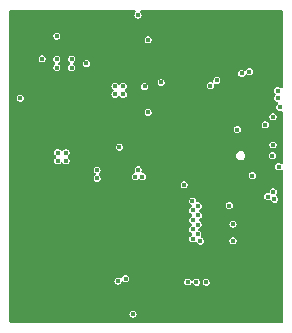
<source format=gbr>
%TF.GenerationSoftware,KiCad,Pcbnew,9.0.6-rc1*%
%TF.CreationDate,2025-12-21T23:59:12+01:00*%
%TF.ProjectId,PCB_PAPI,5043425f-5041-4504-992e-6b696361645f,rev?*%
%TF.SameCoordinates,Original*%
%TF.FileFunction,Copper,L2,Inr*%
%TF.FilePolarity,Positive*%
%FSLAX46Y46*%
G04 Gerber Fmt 4.6, Leading zero omitted, Abs format (unit mm)*
G04 Created by KiCad (PCBNEW 9.0.6-rc1) date 2025-12-21 23:59:12*
%MOMM*%
%LPD*%
G01*
G04 APERTURE LIST*
%TA.AperFunction,ComponentPad*%
%ADD10C,0.700000*%
%TD*%
%TA.AperFunction,ComponentPad*%
%ADD11C,4.400000*%
%TD*%
%TA.AperFunction,ViaPad*%
%ADD12C,0.400000*%
%TD*%
G04 APERTURE END LIST*
D10*
%TO.N,GND*%
%TO.C,H2*%
X156650000Y-86125000D03*
X157133274Y-84958274D03*
X157133274Y-87291726D03*
X158300000Y-84475000D03*
D11*
X158300000Y-86125000D03*
D10*
X158300000Y-87775000D03*
X159466726Y-84958274D03*
X159466726Y-87291726D03*
X159950000Y-86125000D03*
%TD*%
%TO.N,GND*%
%TO.C,H1*%
X174675000Y-64650000D03*
X175158274Y-63483274D03*
X175158274Y-65816726D03*
X176325000Y-63000000D03*
D11*
X176325000Y-64650000D03*
D10*
X176325000Y-66300000D03*
X177491726Y-63483274D03*
X177491726Y-65816726D03*
X177975000Y-64650000D03*
%TD*%
D12*
%TO.N,+3.3V*%
X178150000Y-78125000D03*
%TO.N,GND*%
X163150000Y-76950000D03*
X162075000Y-70825000D03*
X162100000Y-68150000D03*
X163400000Y-72075000D03*
X168225000Y-66750000D03*
X171325000Y-82650000D03*
X160375000Y-73475000D03*
X161800000Y-76750000D03*
X178415000Y-67505000D03*
X164450000Y-75425000D03*
X165650000Y-75050000D03*
X170800000Y-86107500D03*
X173650000Y-87075000D03*
X173675000Y-85325000D03*
X173875000Y-79650000D03*
X176575000Y-76750000D03*
X177425000Y-76650000D03*
X176925000Y-76025000D03*
X175900000Y-73500000D03*
X173575000Y-69975000D03*
X161900000Y-73247000D03*
X160375000Y-69125000D03*
X158950000Y-79500000D03*
X159000000Y-78025000D03*
X157825000Y-77175000D03*
X157625000Y-81000000D03*
X162225000Y-82475000D03*
X162700000Y-79600000D03*
X160325000Y-81175000D03*
X160775000Y-83600000D03*
X162500000Y-86550000D03*
X164150000Y-87075000D03*
X171650000Y-87375000D03*
X169050000Y-87000000D03*
X167950000Y-86250000D03*
X164375000Y-85775000D03*
X171450000Y-73800000D03*
X169425000Y-73925000D03*
X168250000Y-71900000D03*
X168300000Y-74325000D03*
X167120000Y-81980000D03*
X168620000Y-80480000D03*
X167120000Y-80480000D03*
X165620000Y-80480000D03*
X168620000Y-78980000D03*
X167120000Y-78980000D03*
X165620000Y-78980000D03*
X168620000Y-81980000D03*
X171175000Y-77275000D03*
X171100000Y-76375000D03*
X172800000Y-75225000D03*
X177200000Y-72775000D03*
X174700000Y-68300000D03*
X176175000Y-69650000D03*
X174600000Y-71050000D03*
X171575000Y-70275000D03*
X171050000Y-71900000D03*
X172375000Y-72492000D03*
X172600000Y-73742000D03*
X171675000Y-74717000D03*
X161075000Y-68275000D03*
X160350000Y-70650000D03*
X159750000Y-68625000D03*
X156850000Y-68075000D03*
X158350000Y-63100000D03*
X161750000Y-64025000D03*
X160000000Y-63400000D03*
X166725000Y-64150000D03*
X166750000Y-63175000D03*
X172325000Y-63900000D03*
X173025000Y-63200000D03*
X172325000Y-63200000D03*
X168725000Y-63900000D03*
X169425000Y-63200000D03*
X168725000Y-63200000D03*
X169425000Y-63900000D03*
X173025000Y-63900000D03*
X178575000Y-66561000D03*
X178575000Y-71731000D03*
X178575000Y-72765000D03*
X178575000Y-73799000D03*
X178575000Y-78969000D03*
X178575000Y-80003000D03*
X178575000Y-81037000D03*
X178575000Y-82071000D03*
X178575000Y-83105000D03*
X178575000Y-84139000D03*
X178575000Y-85173000D03*
X178575000Y-86207000D03*
X178575000Y-87241000D03*
X178575000Y-88275000D03*
X156000000Y-63459000D03*
X156000000Y-64493000D03*
X156000000Y-65527000D03*
X156000000Y-66561000D03*
X156000000Y-67595000D03*
X156000000Y-68629000D03*
X156000000Y-70697000D03*
X156000000Y-71731000D03*
X156000000Y-73799000D03*
X156000000Y-74833000D03*
X156000000Y-75867000D03*
X156000000Y-76901000D03*
X156000000Y-77935000D03*
X156000000Y-78969000D03*
X156000000Y-80003000D03*
X156000000Y-81037000D03*
X156000000Y-82071000D03*
X156000000Y-83105000D03*
X156000000Y-84139000D03*
X156000000Y-88275000D03*
X156000000Y-62425000D03*
X174275000Y-62425000D03*
X173200000Y-62425000D03*
X172125000Y-62425000D03*
X171050000Y-62425000D03*
X169975000Y-62425000D03*
X168900000Y-62425000D03*
X165675000Y-62425000D03*
X164600000Y-62425000D03*
X163525000Y-62425000D03*
X162450000Y-62425000D03*
X161375000Y-62425000D03*
X160300000Y-62425000D03*
X159225000Y-62425000D03*
X158150000Y-62425000D03*
X157075000Y-62425000D03*
X178575000Y-62425000D03*
X177500000Y-88275000D03*
X176425000Y-88275000D03*
X175350000Y-88275000D03*
X174275000Y-88275000D03*
X173200000Y-88275000D03*
X172125000Y-88275000D03*
X171050000Y-88275000D03*
X169975000Y-88275000D03*
X168900000Y-88275000D03*
X167825000Y-88275000D03*
X166750000Y-88275000D03*
X165675000Y-88275000D03*
X164600000Y-88275000D03*
X163525000Y-88275000D03*
X162450000Y-88275000D03*
X161375000Y-88275000D03*
X160300000Y-88275000D03*
%TO.N,Net-(U5-GPIO17)*%
X159725000Y-64310000D03*
X166375000Y-76225000D03*
%TO.N,GND*%
X165050000Y-72825000D03*
X164300000Y-72000000D03*
%TO.N,/LED_TIM*%
X165025000Y-73700000D03*
%TO.N,LDO_IN*%
X159725000Y-66275000D03*
X159725000Y-66975000D03*
%TO.N,GND*%
X158450000Y-71850000D03*
X177300000Y-84030000D03*
X173400000Y-84030000D03*
X175225000Y-86200000D03*
X172750000Y-84030000D03*
X174050000Y-84030000D03*
X175320000Y-85370000D03*
X164725000Y-66275000D03*
X164725000Y-66975000D03*
X178050000Y-85380000D03*
X178040000Y-84570000D03*
X172970000Y-82260000D03*
X174370000Y-82260000D03*
X175225000Y-86900000D03*
X157750000Y-71850000D03*
X175225000Y-87600000D03*
X173670000Y-82260000D03*
X165250000Y-70767000D03*
X175660000Y-81930000D03*
X171160000Y-83540000D03*
X175350000Y-84030000D03*
X175070000Y-82260000D03*
X168825000Y-74875000D03*
X175340000Y-84650000D03*
X174700000Y-84030000D03*
X177220000Y-83350000D03*
X176000000Y-84030000D03*
X171925000Y-84525000D03*
%TO.N,+3.3V*%
X175375000Y-67475000D03*
X176025000Y-67325000D03*
X159800000Y-74875000D03*
X178500000Y-75360000D03*
X164650000Y-68550000D03*
X165350000Y-68550000D03*
X166975000Y-76200000D03*
X177575000Y-77900000D03*
X160500000Y-74875000D03*
X159800000Y-74175000D03*
X166607500Y-75625000D03*
X171542500Y-85150000D03*
X167450000Y-70767000D03*
X167150000Y-68575000D03*
X178050000Y-77500000D03*
X170800000Y-85125000D03*
X165550000Y-84850000D03*
X164900000Y-85050000D03*
X174325000Y-78657500D03*
X164650000Y-69250000D03*
X168550000Y-68230000D03*
X165350000Y-69250000D03*
X160500000Y-74175000D03*
X162225000Y-66625000D03*
%TO.N,/HP+*%
X173275000Y-68050000D03*
%TO.N,/HP-*%
X172725000Y-68525000D03*
%TO.N,/D+*%
X163130000Y-76350000D03*
%TO.N,/D-*%
X163135000Y-75650000D03*
%TO.N,/max_bit_clk*%
X177375000Y-71825000D03*
X171225000Y-79075000D03*
%TO.N,/max_data*%
X178025000Y-71150000D03*
X171700000Y-79500000D03*
%TO.N,/max_frame_clk*%
X175000000Y-72225000D03*
X171700000Y-78700000D03*
%TO.N,VUSB*%
X158475000Y-66225000D03*
X166592500Y-62525000D03*
%TO.N,/mic_data*%
X177975000Y-74425000D03*
X171225000Y-80680000D03*
%TO.N,/mic_frame_sck*%
X178025000Y-73525000D03*
X171225000Y-79880000D03*
%TO.N,/mic_sck*%
X176275000Y-76125000D03*
X171650000Y-81075000D03*
%TO.N,Net-(IC6-~{SD_MODE})*%
X178425000Y-68925000D03*
%TO.N,/max_gpio*%
X178425000Y-69570000D03*
X171200000Y-78275000D03*
%TO.N,Net-(IC6-GAIN_SLOT)*%
X178600000Y-70325000D03*
%TO.N,/MAIN_BTN*%
X170500000Y-76900000D03*
%TO.N,BAT+*%
X160975000Y-66275000D03*
X160975000Y-66975000D03*
%TO.N,Net-(IC5-~{CHRG})*%
X156625000Y-69550000D03*
X167450000Y-64617500D03*
%TO.N,Net-(U5-GPIO0)*%
X171225000Y-81480000D03*
X172357500Y-85150000D03*
X166175000Y-87850000D03*
%TO.N,RESET*%
X171875000Y-81675000D03*
X174635000Y-81650000D03*
%TO.N,Net-(U5-GPIO3)*%
X171675000Y-80275000D03*
X174635000Y-80225000D03*
%TD*%
%TA.AperFunction,Conductor*%
%TO.N,GND*%
G36*
X166359706Y-62120185D02*
G01*
X166405461Y-62172989D01*
X166415405Y-62242147D01*
X166386380Y-62305703D01*
X166380348Y-62312181D01*
X166352041Y-62340487D01*
X166352035Y-62340495D01*
X166312482Y-62409004D01*
X166312479Y-62409009D01*
X166298826Y-62459962D01*
X166292000Y-62485438D01*
X166292000Y-62564562D01*
X166305652Y-62615513D01*
X166312479Y-62640990D01*
X166312482Y-62640995D01*
X166352035Y-62709504D01*
X166352039Y-62709509D01*
X166352040Y-62709511D01*
X166407989Y-62765460D01*
X166407991Y-62765461D01*
X166407995Y-62765464D01*
X166476504Y-62805017D01*
X166476511Y-62805021D01*
X166552938Y-62825500D01*
X166552940Y-62825500D01*
X166632060Y-62825500D01*
X166632062Y-62825500D01*
X166708489Y-62805021D01*
X166777011Y-62765460D01*
X166832960Y-62709511D01*
X166872521Y-62640989D01*
X166893000Y-62564562D01*
X166893000Y-62485438D01*
X166872521Y-62409011D01*
X166872517Y-62409004D01*
X166832964Y-62340495D01*
X166832958Y-62340487D01*
X166804652Y-62312181D01*
X166771167Y-62250858D01*
X166776151Y-62181166D01*
X166818023Y-62125233D01*
X166883487Y-62100816D01*
X166892333Y-62100500D01*
X178725500Y-62100500D01*
X178792539Y-62120185D01*
X178838294Y-62172989D01*
X178849500Y-62224500D01*
X178849500Y-68625167D01*
X178829815Y-68692206D01*
X178777011Y-68737961D01*
X178707853Y-68747905D01*
X178644297Y-68718880D01*
X178637819Y-68712848D01*
X178609512Y-68684541D01*
X178609504Y-68684535D01*
X178540995Y-68644982D01*
X178540990Y-68644979D01*
X178515513Y-68638152D01*
X178464562Y-68624500D01*
X178385438Y-68624500D01*
X178347224Y-68634739D01*
X178309009Y-68644979D01*
X178309004Y-68644982D01*
X178240495Y-68684535D01*
X178240487Y-68684541D01*
X178184541Y-68740487D01*
X178184535Y-68740495D01*
X178144982Y-68809004D01*
X178144979Y-68809009D01*
X178139349Y-68830021D01*
X178124500Y-68885438D01*
X178124500Y-68964562D01*
X178125952Y-68969979D01*
X178144979Y-69040990D01*
X178144982Y-69040995D01*
X178184535Y-69109504D01*
X178184541Y-69109512D01*
X178234848Y-69159819D01*
X178268333Y-69221142D01*
X178263349Y-69290834D01*
X178234848Y-69335181D01*
X178184541Y-69385487D01*
X178184535Y-69385495D01*
X178144982Y-69454004D01*
X178144979Y-69454009D01*
X178135213Y-69490458D01*
X178124500Y-69530438D01*
X178124500Y-69609562D01*
X178138152Y-69660513D01*
X178144979Y-69685990D01*
X178144982Y-69685995D01*
X178184535Y-69754504D01*
X178184539Y-69754509D01*
X178184540Y-69754511D01*
X178240489Y-69810460D01*
X178240491Y-69810461D01*
X178240495Y-69810464D01*
X178309004Y-69850017D01*
X178309011Y-69850021D01*
X178371580Y-69866786D01*
X178431240Y-69903152D01*
X178461768Y-69965999D01*
X178453473Y-70035374D01*
X178420397Y-70077954D01*
X178421236Y-70078793D01*
X178359541Y-70140487D01*
X178359535Y-70140495D01*
X178319982Y-70209004D01*
X178319979Y-70209009D01*
X178306326Y-70259962D01*
X178299500Y-70285438D01*
X178299500Y-70364562D01*
X178313152Y-70415513D01*
X178319979Y-70440990D01*
X178319982Y-70440995D01*
X178359535Y-70509504D01*
X178359539Y-70509509D01*
X178359540Y-70509511D01*
X178415489Y-70565460D01*
X178415491Y-70565461D01*
X178415495Y-70565464D01*
X178484004Y-70605017D01*
X178484011Y-70605021D01*
X178560438Y-70625500D01*
X178560440Y-70625500D01*
X178639561Y-70625500D01*
X178639562Y-70625500D01*
X178693406Y-70611072D01*
X178763254Y-70612733D01*
X178821117Y-70651895D01*
X178848623Y-70716123D01*
X178849500Y-70730846D01*
X178849500Y-75000022D01*
X178829815Y-75067061D01*
X178777011Y-75112816D01*
X178707853Y-75122760D01*
X178663501Y-75107410D01*
X178615989Y-75079979D01*
X178615990Y-75079979D01*
X178567779Y-75067061D01*
X178539562Y-75059500D01*
X178460438Y-75059500D01*
X178432221Y-75067061D01*
X178384009Y-75079979D01*
X178384004Y-75079982D01*
X178315495Y-75119535D01*
X178315487Y-75119541D01*
X178259541Y-75175487D01*
X178259535Y-75175495D01*
X178219982Y-75244004D01*
X178219979Y-75244009D01*
X178206326Y-75294962D01*
X178199500Y-75320438D01*
X178199500Y-75399562D01*
X178202174Y-75409540D01*
X178219979Y-75475990D01*
X178219982Y-75475995D01*
X178259535Y-75544504D01*
X178259539Y-75544509D01*
X178259540Y-75544511D01*
X178315489Y-75600460D01*
X178315491Y-75600461D01*
X178315495Y-75600464D01*
X178384004Y-75640017D01*
X178384011Y-75640021D01*
X178460438Y-75660500D01*
X178460440Y-75660500D01*
X178539560Y-75660500D01*
X178539562Y-75660500D01*
X178615989Y-75640021D01*
X178663502Y-75612589D01*
X178731399Y-75596117D01*
X178797426Y-75618969D01*
X178840617Y-75673890D01*
X178849500Y-75719977D01*
X178849500Y-88453675D01*
X178829815Y-88520714D01*
X178777011Y-88566469D01*
X178725500Y-88577675D01*
X155824500Y-88577675D01*
X155757461Y-88557990D01*
X155711706Y-88505186D01*
X155700500Y-88453675D01*
X155700500Y-87810438D01*
X165874500Y-87810438D01*
X165874500Y-87889562D01*
X165888152Y-87940513D01*
X165894979Y-87965990D01*
X165894982Y-87965995D01*
X165934535Y-88034504D01*
X165934539Y-88034509D01*
X165934540Y-88034511D01*
X165990489Y-88090460D01*
X165990491Y-88090461D01*
X165990495Y-88090464D01*
X166059004Y-88130017D01*
X166059011Y-88130021D01*
X166135438Y-88150500D01*
X166135440Y-88150500D01*
X166214560Y-88150500D01*
X166214562Y-88150500D01*
X166290989Y-88130021D01*
X166359511Y-88090460D01*
X166415460Y-88034511D01*
X166455021Y-87965989D01*
X166475500Y-87889562D01*
X166475500Y-87810438D01*
X166455021Y-87734011D01*
X166455017Y-87734004D01*
X166415464Y-87665495D01*
X166415458Y-87665487D01*
X166359512Y-87609541D01*
X166359504Y-87609535D01*
X166290995Y-87569982D01*
X166290990Y-87569979D01*
X166265513Y-87563152D01*
X166214562Y-87549500D01*
X166135438Y-87549500D01*
X166097224Y-87559739D01*
X166059009Y-87569979D01*
X166059004Y-87569982D01*
X165990495Y-87609535D01*
X165990487Y-87609541D01*
X165934541Y-87665487D01*
X165934535Y-87665495D01*
X165894982Y-87734004D01*
X165894979Y-87734009D01*
X165881326Y-87784962D01*
X165874500Y-87810438D01*
X155700500Y-87810438D01*
X155700500Y-85010438D01*
X164599500Y-85010438D01*
X164599500Y-85089562D01*
X164605094Y-85110438D01*
X164619979Y-85165990D01*
X164619982Y-85165995D01*
X164659535Y-85234504D01*
X164659539Y-85234509D01*
X164659540Y-85234511D01*
X164715489Y-85290460D01*
X164715491Y-85290461D01*
X164715495Y-85290464D01*
X164748486Y-85309511D01*
X164784011Y-85330021D01*
X164860438Y-85350500D01*
X164860440Y-85350500D01*
X164939560Y-85350500D01*
X164939562Y-85350500D01*
X165015989Y-85330021D01*
X165084511Y-85290460D01*
X165140460Y-85234511D01*
X165180021Y-85165989D01*
X165180568Y-85163944D01*
X165181501Y-85162414D01*
X165183130Y-85158482D01*
X165183742Y-85158735D01*
X165216926Y-85104286D01*
X165279770Y-85073751D01*
X165349146Y-85082039D01*
X165362343Y-85088644D01*
X165389436Y-85104286D01*
X165434011Y-85130021D01*
X165510438Y-85150500D01*
X165510440Y-85150500D01*
X165589560Y-85150500D01*
X165589562Y-85150500D01*
X165665989Y-85130021D01*
X165734511Y-85090460D01*
X165739533Y-85085438D01*
X170499500Y-85085438D01*
X170499500Y-85164562D01*
X170506199Y-85189562D01*
X170519979Y-85240990D01*
X170519982Y-85240995D01*
X170559535Y-85309504D01*
X170559539Y-85309509D01*
X170559540Y-85309511D01*
X170615489Y-85365460D01*
X170615491Y-85365461D01*
X170615495Y-85365464D01*
X170658787Y-85390458D01*
X170684011Y-85405021D01*
X170760438Y-85425500D01*
X170760440Y-85425500D01*
X170839560Y-85425500D01*
X170839562Y-85425500D01*
X170915989Y-85405021D01*
X170984511Y-85365460D01*
X171040460Y-85309511D01*
X171056645Y-85281476D01*
X171107211Y-85233261D01*
X171175817Y-85220036D01*
X171240683Y-85246003D01*
X171271419Y-85281473D01*
X171276610Y-85290464D01*
X171299447Y-85330021D01*
X171302040Y-85334511D01*
X171357989Y-85390460D01*
X171357991Y-85390461D01*
X171357995Y-85390464D01*
X171418680Y-85425500D01*
X171426511Y-85430021D01*
X171502938Y-85450500D01*
X171502940Y-85450500D01*
X171582060Y-85450500D01*
X171582062Y-85450500D01*
X171658489Y-85430021D01*
X171727011Y-85390460D01*
X171782960Y-85334511D01*
X171822521Y-85265989D01*
X171843000Y-85189562D01*
X171843000Y-85110438D01*
X172057000Y-85110438D01*
X172057000Y-85189562D01*
X172076478Y-85262256D01*
X172077479Y-85265990D01*
X172077482Y-85265995D01*
X172117035Y-85334504D01*
X172117039Y-85334509D01*
X172117040Y-85334511D01*
X172172989Y-85390460D01*
X172172991Y-85390461D01*
X172172995Y-85390464D01*
X172233680Y-85425500D01*
X172241511Y-85430021D01*
X172317938Y-85450500D01*
X172317940Y-85450500D01*
X172397060Y-85450500D01*
X172397062Y-85450500D01*
X172473489Y-85430021D01*
X172542011Y-85390460D01*
X172597960Y-85334511D01*
X172637521Y-85265989D01*
X172658000Y-85189562D01*
X172658000Y-85110438D01*
X172637521Y-85034011D01*
X172637517Y-85034004D01*
X172597964Y-84965495D01*
X172597958Y-84965487D01*
X172542012Y-84909541D01*
X172542004Y-84909535D01*
X172473495Y-84869982D01*
X172473490Y-84869979D01*
X172448013Y-84863152D01*
X172397062Y-84849500D01*
X172317938Y-84849500D01*
X172279724Y-84859739D01*
X172241509Y-84869979D01*
X172241504Y-84869982D01*
X172172995Y-84909535D01*
X172172987Y-84909541D01*
X172117041Y-84965487D01*
X172117035Y-84965495D01*
X172077482Y-85034004D01*
X172077477Y-85034015D01*
X172074000Y-85046993D01*
X172057000Y-85110438D01*
X171843000Y-85110438D01*
X171822521Y-85034011D01*
X171822517Y-85034004D01*
X171782964Y-84965495D01*
X171782958Y-84965487D01*
X171727012Y-84909541D01*
X171727004Y-84909535D01*
X171658495Y-84869982D01*
X171658490Y-84869979D01*
X171633013Y-84863152D01*
X171582062Y-84849500D01*
X171502938Y-84849500D01*
X171464724Y-84859739D01*
X171426509Y-84869979D01*
X171426504Y-84869982D01*
X171357995Y-84909535D01*
X171357987Y-84909541D01*
X171302041Y-84965487D01*
X171302035Y-84965495D01*
X171285852Y-84993525D01*
X171235285Y-85041740D01*
X171166677Y-85054962D01*
X171101813Y-85028994D01*
X171071078Y-84993522D01*
X171054892Y-84965487D01*
X171051642Y-84959858D01*
X171040462Y-84940492D01*
X171040458Y-84940487D01*
X170984512Y-84884541D01*
X170984504Y-84884535D01*
X170915995Y-84844982D01*
X170915990Y-84844979D01*
X170890513Y-84838152D01*
X170839562Y-84824500D01*
X170760438Y-84824500D01*
X170722224Y-84834739D01*
X170684009Y-84844979D01*
X170684004Y-84844982D01*
X170615495Y-84884535D01*
X170615487Y-84884541D01*
X170559541Y-84940487D01*
X170559535Y-84940495D01*
X170519982Y-85009004D01*
X170519979Y-85009009D01*
X170507666Y-85054962D01*
X170499500Y-85085438D01*
X165739533Y-85085438D01*
X165790460Y-85034511D01*
X165804359Y-85010438D01*
X165814125Y-84993522D01*
X165830021Y-84965989D01*
X165850500Y-84889562D01*
X165850500Y-84810438D01*
X165830021Y-84734011D01*
X165830017Y-84734004D01*
X165790464Y-84665495D01*
X165790458Y-84665487D01*
X165734512Y-84609541D01*
X165734504Y-84609535D01*
X165665995Y-84569982D01*
X165665990Y-84569979D01*
X165640513Y-84563152D01*
X165589562Y-84549500D01*
X165510438Y-84549500D01*
X165472224Y-84559739D01*
X165434009Y-84569979D01*
X165434004Y-84569982D01*
X165365495Y-84609535D01*
X165365487Y-84609541D01*
X165309541Y-84665487D01*
X165309535Y-84665495D01*
X165269982Y-84734004D01*
X165269978Y-84734012D01*
X165269429Y-84736064D01*
X165268493Y-84737599D01*
X165266870Y-84741518D01*
X165266258Y-84741264D01*
X165233062Y-84795723D01*
X165170214Y-84826251D01*
X165100839Y-84817954D01*
X165087656Y-84811355D01*
X165015989Y-84769979D01*
X165015990Y-84769979D01*
X164990513Y-84763152D01*
X164939562Y-84749500D01*
X164860438Y-84749500D01*
X164822224Y-84759739D01*
X164784009Y-84769979D01*
X164784004Y-84769982D01*
X164715495Y-84809535D01*
X164715487Y-84809541D01*
X164659541Y-84865487D01*
X164659535Y-84865495D01*
X164619982Y-84934004D01*
X164619979Y-84934009D01*
X164611410Y-84965989D01*
X164599500Y-85010438D01*
X155700500Y-85010438D01*
X155700500Y-78235438D01*
X170899500Y-78235438D01*
X170899500Y-78314562D01*
X170913138Y-78365458D01*
X170919979Y-78390990D01*
X170919982Y-78390995D01*
X170959535Y-78459504D01*
X170959539Y-78459509D01*
X170959540Y-78459511D01*
X171015489Y-78515460D01*
X171015491Y-78515461D01*
X171015495Y-78515464D01*
X171060607Y-78541509D01*
X171084011Y-78555021D01*
X171098104Y-78558797D01*
X171157766Y-78595161D01*
X171188296Y-78658007D01*
X171180002Y-78727383D01*
X171135518Y-78781261D01*
X171113472Y-78793130D01*
X171109012Y-78794977D01*
X171040495Y-78834535D01*
X171040487Y-78834541D01*
X170984541Y-78890487D01*
X170984535Y-78890495D01*
X170944982Y-78959004D01*
X170944979Y-78959009D01*
X170933862Y-79000500D01*
X170924500Y-79035438D01*
X170924500Y-79114562D01*
X170938152Y-79165513D01*
X170944979Y-79190990D01*
X170944982Y-79190995D01*
X170984535Y-79259504D01*
X170984539Y-79259509D01*
X170984540Y-79259511D01*
X171040489Y-79315460D01*
X171040491Y-79315461D01*
X171040495Y-79315464D01*
X171109004Y-79355017D01*
X171109011Y-79355021D01*
X171109015Y-79355022D01*
X171119105Y-79357726D01*
X171178765Y-79394091D01*
X171209293Y-79456938D01*
X171200998Y-79526314D01*
X171156512Y-79580191D01*
X171119105Y-79597274D01*
X171109015Y-79599977D01*
X171109004Y-79599982D01*
X171040495Y-79639535D01*
X171040487Y-79639541D01*
X170984541Y-79695487D01*
X170984535Y-79695495D01*
X170944982Y-79764004D01*
X170944979Y-79764009D01*
X170931326Y-79814962D01*
X170924500Y-79840438D01*
X170924500Y-79919562D01*
X170932925Y-79951002D01*
X170944979Y-79995990D01*
X170944982Y-79995995D01*
X170984535Y-80064504D01*
X170984539Y-80064509D01*
X170984540Y-80064511D01*
X171040489Y-80120460D01*
X171040491Y-80120461D01*
X171040495Y-80120464D01*
X171109004Y-80160017D01*
X171109011Y-80160021D01*
X171109756Y-80160220D01*
X171109776Y-80160226D01*
X171110346Y-80160573D01*
X171116518Y-80163130D01*
X171116119Y-80164092D01*
X171169435Y-80196592D01*
X171199963Y-80259439D01*
X171191667Y-80328815D01*
X171147181Y-80382692D01*
X171116457Y-80396722D01*
X171116518Y-80396870D01*
X171112400Y-80398575D01*
X171109776Y-80399774D01*
X171109013Y-80399978D01*
X171109004Y-80399982D01*
X171040495Y-80439535D01*
X171040487Y-80439541D01*
X170984541Y-80495487D01*
X170984535Y-80495495D01*
X170944982Y-80564004D01*
X170944979Y-80564009D01*
X170943994Y-80567687D01*
X170924500Y-80640438D01*
X170924500Y-80719562D01*
X170938152Y-80770513D01*
X170944979Y-80795990D01*
X170944982Y-80795995D01*
X170984535Y-80864504D01*
X170984539Y-80864509D01*
X170984540Y-80864511D01*
X171040489Y-80920460D01*
X171040491Y-80920461D01*
X171040495Y-80920464D01*
X171107249Y-80959004D01*
X171109011Y-80960021D01*
X171109756Y-80960220D01*
X171109776Y-80960226D01*
X171110346Y-80960573D01*
X171116518Y-80963130D01*
X171116119Y-80964092D01*
X171169435Y-80996592D01*
X171199963Y-81059439D01*
X171191667Y-81128815D01*
X171147181Y-81182692D01*
X171116457Y-81196722D01*
X171116518Y-81196870D01*
X171112400Y-81198575D01*
X171109776Y-81199774D01*
X171109013Y-81199978D01*
X171109004Y-81199982D01*
X171040495Y-81239535D01*
X171040487Y-81239541D01*
X170984541Y-81295487D01*
X170984535Y-81295495D01*
X170944982Y-81364004D01*
X170944979Y-81364009D01*
X170937514Y-81391870D01*
X170924500Y-81440438D01*
X170924500Y-81519562D01*
X170928372Y-81534011D01*
X170944979Y-81595990D01*
X170944982Y-81595995D01*
X170984535Y-81664504D01*
X170984539Y-81664509D01*
X170984540Y-81664511D01*
X171040489Y-81720460D01*
X171040491Y-81720461D01*
X171040495Y-81720464D01*
X171109004Y-81760017D01*
X171109007Y-81760019D01*
X171109011Y-81760021D01*
X171185438Y-81780500D01*
X171185440Y-81780500D01*
X171264560Y-81780500D01*
X171264562Y-81780500D01*
X171340989Y-81760021D01*
X171409511Y-81720460D01*
X171409511Y-81720459D01*
X171413815Y-81717975D01*
X171481715Y-81701502D01*
X171547742Y-81724355D01*
X171590933Y-81779276D01*
X171594225Y-81789168D01*
X171594978Y-81790985D01*
X171594979Y-81790989D01*
X171594980Y-81790990D01*
X171594982Y-81790995D01*
X171634535Y-81859504D01*
X171634539Y-81859509D01*
X171634540Y-81859511D01*
X171690489Y-81915460D01*
X171690491Y-81915461D01*
X171690495Y-81915464D01*
X171751180Y-81950500D01*
X171759011Y-81955021D01*
X171835438Y-81975500D01*
X171835440Y-81975500D01*
X171914560Y-81975500D01*
X171914562Y-81975500D01*
X171990989Y-81955021D01*
X172059511Y-81915460D01*
X172115460Y-81859511D01*
X172155021Y-81790989D01*
X172175500Y-81714562D01*
X172175500Y-81635438D01*
X172168801Y-81610438D01*
X174334500Y-81610438D01*
X174334500Y-81689562D01*
X174343823Y-81724355D01*
X174354979Y-81765990D01*
X174354982Y-81765995D01*
X174394535Y-81834504D01*
X174394539Y-81834509D01*
X174394540Y-81834511D01*
X174450489Y-81890460D01*
X174450491Y-81890461D01*
X174450495Y-81890464D01*
X174493787Y-81915458D01*
X174519011Y-81930021D01*
X174595438Y-81950500D01*
X174595440Y-81950500D01*
X174674560Y-81950500D01*
X174674562Y-81950500D01*
X174750989Y-81930021D01*
X174819511Y-81890460D01*
X174875460Y-81834511D01*
X174915021Y-81765989D01*
X174935500Y-81689562D01*
X174935500Y-81610438D01*
X174915021Y-81534011D01*
X174906678Y-81519560D01*
X174875464Y-81465495D01*
X174875458Y-81465487D01*
X174819512Y-81409541D01*
X174819504Y-81409535D01*
X174750995Y-81369982D01*
X174750990Y-81369979D01*
X174709855Y-81358957D01*
X174674562Y-81349500D01*
X174595438Y-81349500D01*
X174560145Y-81358957D01*
X174519009Y-81369979D01*
X174519004Y-81369982D01*
X174450495Y-81409535D01*
X174450487Y-81409541D01*
X174394541Y-81465487D01*
X174394535Y-81465495D01*
X174354982Y-81534004D01*
X174354979Y-81534009D01*
X174348280Y-81559011D01*
X174334500Y-81610438D01*
X172168801Y-81610438D01*
X172155021Y-81559011D01*
X172155017Y-81559004D01*
X172115464Y-81490495D01*
X172115458Y-81490487D01*
X172059512Y-81434541D01*
X172059504Y-81434535D01*
X171990995Y-81394982D01*
X171990992Y-81394980D01*
X171990989Y-81394979D01*
X171990985Y-81394978D01*
X171983482Y-81391870D01*
X171984113Y-81390345D01*
X171932622Y-81358957D01*
X171902097Y-81296108D01*
X171910395Y-81226733D01*
X171916988Y-81213562D01*
X171930021Y-81190989D01*
X171950500Y-81114562D01*
X171950500Y-81035438D01*
X171930021Y-80959011D01*
X171907763Y-80920458D01*
X171890464Y-80890495D01*
X171890458Y-80890487D01*
X171834512Y-80834541D01*
X171834504Y-80834535D01*
X171765993Y-80794981D01*
X171765991Y-80794980D01*
X171765989Y-80794979D01*
X171765986Y-80794978D01*
X171761530Y-80793132D01*
X171707128Y-80749289D01*
X171685065Y-80682995D01*
X171702346Y-80615296D01*
X171753484Y-80567687D01*
X171776884Y-80558800D01*
X171790989Y-80555021D01*
X171859511Y-80515460D01*
X171915460Y-80459511D01*
X171955021Y-80390989D01*
X171975500Y-80314562D01*
X171975500Y-80235438D01*
X171968524Y-80209403D01*
X171968524Y-80209401D01*
X171962103Y-80185438D01*
X174334500Y-80185438D01*
X174334500Y-80264562D01*
X174347897Y-80314560D01*
X174354979Y-80340990D01*
X174354982Y-80340995D01*
X174394535Y-80409504D01*
X174394539Y-80409509D01*
X174394540Y-80409511D01*
X174450489Y-80465460D01*
X174450491Y-80465461D01*
X174450495Y-80465464D01*
X174502501Y-80495489D01*
X174519011Y-80505021D01*
X174595438Y-80525500D01*
X174595440Y-80525500D01*
X174674560Y-80525500D01*
X174674562Y-80525500D01*
X174750989Y-80505021D01*
X174819511Y-80465460D01*
X174875460Y-80409511D01*
X174915021Y-80340989D01*
X174935500Y-80264562D01*
X174935500Y-80185438D01*
X174915021Y-80109011D01*
X174904331Y-80090495D01*
X174875464Y-80040495D01*
X174875458Y-80040487D01*
X174819512Y-79984541D01*
X174819504Y-79984535D01*
X174750995Y-79944982D01*
X174750990Y-79944979D01*
X174725513Y-79938152D01*
X174674562Y-79924500D01*
X174595438Y-79924500D01*
X174557224Y-79934739D01*
X174519009Y-79944979D01*
X174519004Y-79944982D01*
X174450495Y-79984535D01*
X174450487Y-79984541D01*
X174394541Y-80040487D01*
X174394535Y-80040495D01*
X174354982Y-80109004D01*
X174354979Y-80109009D01*
X174351911Y-80120460D01*
X174334500Y-80185438D01*
X171962103Y-80185438D01*
X171956125Y-80163130D01*
X171955021Y-80159011D01*
X171926154Y-80109011D01*
X171915464Y-80090495D01*
X171915458Y-80090487D01*
X171859510Y-80034539D01*
X171802404Y-80001569D01*
X171754189Y-79951002D01*
X171740967Y-79882394D01*
X171766935Y-79817530D01*
X171809595Y-79785201D01*
X171808951Y-79784085D01*
X171884504Y-79740464D01*
X171884503Y-79740464D01*
X171884511Y-79740460D01*
X171940460Y-79684511D01*
X171980021Y-79615989D01*
X172000500Y-79539562D01*
X172000500Y-79460438D01*
X171980021Y-79384011D01*
X171975107Y-79375500D01*
X171940464Y-79315495D01*
X171940458Y-79315487D01*
X171884512Y-79259541D01*
X171884504Y-79259535D01*
X171815995Y-79219982D01*
X171815987Y-79219978D01*
X171815440Y-79219832D01*
X171815226Y-79219774D01*
X171814657Y-79219427D01*
X171808482Y-79216870D01*
X171808880Y-79215906D01*
X171755566Y-79183411D01*
X171725036Y-79120564D01*
X171733330Y-79051189D01*
X171777815Y-78997310D01*
X171808543Y-78983277D01*
X171808482Y-78983130D01*
X171812608Y-78981421D01*
X171815226Y-78980225D01*
X171815989Y-78980021D01*
X171884511Y-78940460D01*
X171940460Y-78884511D01*
X171980021Y-78815989D01*
X172000500Y-78739562D01*
X172000500Y-78660438D01*
X171989112Y-78617938D01*
X174024500Y-78617938D01*
X174024500Y-78697062D01*
X174032625Y-78727383D01*
X174044979Y-78773490D01*
X174044982Y-78773495D01*
X174084535Y-78842004D01*
X174084539Y-78842009D01*
X174084540Y-78842011D01*
X174140489Y-78897960D01*
X174140491Y-78897961D01*
X174140495Y-78897964D01*
X174209004Y-78937517D01*
X174209011Y-78937521D01*
X174285438Y-78958000D01*
X174285440Y-78958000D01*
X174364560Y-78958000D01*
X174364562Y-78958000D01*
X174440989Y-78937521D01*
X174509511Y-78897960D01*
X174565460Y-78842011D01*
X174605021Y-78773489D01*
X174625500Y-78697062D01*
X174625500Y-78617938D01*
X174605021Y-78541511D01*
X174589981Y-78515460D01*
X174565464Y-78472995D01*
X174565458Y-78472987D01*
X174509512Y-78417041D01*
X174509504Y-78417035D01*
X174440995Y-78377482D01*
X174440990Y-78377479D01*
X174396134Y-78365460D01*
X174364562Y-78357000D01*
X174285438Y-78357000D01*
X174253873Y-78365458D01*
X174209009Y-78377479D01*
X174209004Y-78377482D01*
X174140495Y-78417035D01*
X174140487Y-78417041D01*
X174084541Y-78472987D01*
X174084535Y-78472995D01*
X174044982Y-78541504D01*
X174044979Y-78541509D01*
X174041360Y-78555017D01*
X174024500Y-78617938D01*
X171989112Y-78617938D01*
X171980021Y-78584011D01*
X171963284Y-78555021D01*
X171940464Y-78515495D01*
X171940458Y-78515487D01*
X171884512Y-78459541D01*
X171884504Y-78459535D01*
X171815995Y-78419982D01*
X171815990Y-78419979D01*
X171790513Y-78413152D01*
X171739562Y-78399500D01*
X171660438Y-78399500D01*
X171660437Y-78399500D01*
X171656590Y-78400531D01*
X171653219Y-78400450D01*
X171652381Y-78400561D01*
X171652363Y-78400430D01*
X171586740Y-78398866D01*
X171528879Y-78359702D01*
X171501376Y-78295472D01*
X171500500Y-78280755D01*
X171500500Y-78235439D01*
X171500185Y-78234262D01*
X171480021Y-78159011D01*
X171469311Y-78140460D01*
X171440464Y-78090495D01*
X171440458Y-78090487D01*
X171384512Y-78034541D01*
X171384504Y-78034535D01*
X171315995Y-77994982D01*
X171315990Y-77994979D01*
X171290513Y-77988152D01*
X171239562Y-77974500D01*
X171160438Y-77974500D01*
X171122224Y-77984739D01*
X171084009Y-77994979D01*
X171084004Y-77994982D01*
X171015495Y-78034535D01*
X171015487Y-78034541D01*
X170959541Y-78090487D01*
X170959535Y-78090495D01*
X170919982Y-78159004D01*
X170919979Y-78159009D01*
X170914349Y-78180021D01*
X170899500Y-78235438D01*
X155700500Y-78235438D01*
X155700500Y-77860438D01*
X177274500Y-77860438D01*
X177274500Y-77939562D01*
X177283862Y-77974500D01*
X177294979Y-78015990D01*
X177294982Y-78015995D01*
X177334535Y-78084504D01*
X177334539Y-78084509D01*
X177334540Y-78084511D01*
X177390489Y-78140460D01*
X177390491Y-78140461D01*
X177390495Y-78140464D01*
X177454802Y-78177591D01*
X177459011Y-78180021D01*
X177535438Y-78200500D01*
X177535440Y-78200500D01*
X177614560Y-78200500D01*
X177614562Y-78200500D01*
X177690989Y-78180021D01*
X177692596Y-78179092D01*
X177694123Y-78178722D01*
X177698499Y-78176910D01*
X177698781Y-78177591D01*
X177760490Y-78162615D01*
X177826520Y-78185460D01*
X177865375Y-78234262D01*
X177865915Y-78233951D01*
X177867991Y-78237547D01*
X177869163Y-78239019D01*
X177869980Y-78240993D01*
X177909535Y-78309504D01*
X177909539Y-78309509D01*
X177909540Y-78309511D01*
X177965489Y-78365460D01*
X177965491Y-78365461D01*
X177965495Y-78365464D01*
X178009708Y-78390990D01*
X178034011Y-78405021D01*
X178110438Y-78425500D01*
X178110440Y-78425500D01*
X178189560Y-78425500D01*
X178189562Y-78425500D01*
X178265989Y-78405021D01*
X178334511Y-78365460D01*
X178390460Y-78309511D01*
X178430021Y-78240989D01*
X178450500Y-78164562D01*
X178450500Y-78085438D01*
X178430021Y-78009011D01*
X178430017Y-78009004D01*
X178390464Y-77940495D01*
X178390458Y-77940487D01*
X178334512Y-77884541D01*
X178334507Y-77884537D01*
X178319721Y-77876001D01*
X178271504Y-77825435D01*
X178258280Y-77756828D01*
X178284247Y-77691963D01*
X178287890Y-77687858D01*
X178290454Y-77684516D01*
X178290460Y-77684511D01*
X178330021Y-77615989D01*
X178350500Y-77539562D01*
X178350500Y-77460438D01*
X178330021Y-77384011D01*
X178330017Y-77384004D01*
X178290464Y-77315495D01*
X178290458Y-77315487D01*
X178234512Y-77259541D01*
X178234504Y-77259535D01*
X178165995Y-77219982D01*
X178165990Y-77219979D01*
X178140513Y-77213152D01*
X178089562Y-77199500D01*
X178010438Y-77199500D01*
X177972224Y-77209739D01*
X177934009Y-77219979D01*
X177934004Y-77219982D01*
X177865495Y-77259535D01*
X177865487Y-77259541D01*
X177809541Y-77315487D01*
X177809535Y-77315495D01*
X177769982Y-77384004D01*
X177769979Y-77384009D01*
X177749500Y-77460439D01*
X177749500Y-77475869D01*
X177729815Y-77542908D01*
X177677011Y-77588663D01*
X177622690Y-77596812D01*
X177622690Y-77599500D01*
X177614562Y-77599500D01*
X177535438Y-77599500D01*
X177497224Y-77609739D01*
X177459009Y-77619979D01*
X177459004Y-77619982D01*
X177390495Y-77659535D01*
X177390487Y-77659541D01*
X177334541Y-77715487D01*
X177334535Y-77715495D01*
X177294982Y-77784004D01*
X177294979Y-77784009D01*
X177284130Y-77824500D01*
X177274500Y-77860438D01*
X155700500Y-77860438D01*
X155700500Y-76860438D01*
X170199500Y-76860438D01*
X170199500Y-76939562D01*
X170213152Y-76990513D01*
X170219979Y-77015990D01*
X170219982Y-77015995D01*
X170259535Y-77084504D01*
X170259539Y-77084509D01*
X170259540Y-77084511D01*
X170315489Y-77140460D01*
X170315491Y-77140461D01*
X170315495Y-77140464D01*
X170384004Y-77180017D01*
X170384011Y-77180021D01*
X170460438Y-77200500D01*
X170460440Y-77200500D01*
X170539560Y-77200500D01*
X170539562Y-77200500D01*
X170615989Y-77180021D01*
X170684511Y-77140460D01*
X170740460Y-77084511D01*
X170780021Y-77015989D01*
X170800500Y-76939562D01*
X170800500Y-76860438D01*
X170780021Y-76784011D01*
X170780017Y-76784004D01*
X170740464Y-76715495D01*
X170740458Y-76715487D01*
X170684512Y-76659541D01*
X170684504Y-76659535D01*
X170615995Y-76619982D01*
X170615990Y-76619979D01*
X170590513Y-76613152D01*
X170539562Y-76599500D01*
X170460438Y-76599500D01*
X170422224Y-76609739D01*
X170384009Y-76619979D01*
X170384004Y-76619982D01*
X170315495Y-76659535D01*
X170315487Y-76659541D01*
X170259541Y-76715487D01*
X170259535Y-76715495D01*
X170219982Y-76784004D01*
X170219979Y-76784009D01*
X170206326Y-76834962D01*
X170199500Y-76860438D01*
X155700500Y-76860438D01*
X155700500Y-76310438D01*
X162829500Y-76310438D01*
X162829500Y-76389562D01*
X162834846Y-76409512D01*
X162849979Y-76465990D01*
X162849982Y-76465995D01*
X162889535Y-76534504D01*
X162889539Y-76534509D01*
X162889540Y-76534511D01*
X162945489Y-76590460D01*
X162945491Y-76590461D01*
X162945495Y-76590464D01*
X162996623Y-76619982D01*
X163014011Y-76630021D01*
X163090438Y-76650500D01*
X163090440Y-76650500D01*
X163169560Y-76650500D01*
X163169562Y-76650500D01*
X163245989Y-76630021D01*
X163314511Y-76590460D01*
X163370460Y-76534511D01*
X163410021Y-76465989D01*
X163430500Y-76389562D01*
X163430500Y-76310438D01*
X163410021Y-76234011D01*
X163381978Y-76185438D01*
X166074500Y-76185438D01*
X166074500Y-76264562D01*
X166086542Y-76309504D01*
X166094979Y-76340990D01*
X166094982Y-76340995D01*
X166134535Y-76409504D01*
X166134539Y-76409509D01*
X166134540Y-76409511D01*
X166190489Y-76465460D01*
X166190491Y-76465461D01*
X166190495Y-76465464D01*
X166251180Y-76500500D01*
X166259011Y-76505021D01*
X166335438Y-76525500D01*
X166335440Y-76525500D01*
X166414560Y-76525500D01*
X166414562Y-76525500D01*
X166490989Y-76505021D01*
X166559511Y-76465460D01*
X166599819Y-76425152D01*
X166661142Y-76391667D01*
X166730834Y-76396651D01*
X166775181Y-76425152D01*
X166790489Y-76440460D01*
X166790491Y-76440461D01*
X166790495Y-76440464D01*
X166834708Y-76465990D01*
X166859011Y-76480021D01*
X166935438Y-76500500D01*
X166935440Y-76500500D01*
X167014560Y-76500500D01*
X167014562Y-76500500D01*
X167090989Y-76480021D01*
X167159511Y-76440460D01*
X167215460Y-76384511D01*
X167255021Y-76315989D01*
X167275500Y-76239562D01*
X167275500Y-76160438D01*
X167261825Y-76109403D01*
X167261825Y-76109401D01*
X167255403Y-76085438D01*
X175974500Y-76085438D01*
X175974500Y-76164562D01*
X175979094Y-76181706D01*
X175994979Y-76240990D01*
X175994982Y-76240995D01*
X176034535Y-76309504D01*
X176034539Y-76309509D01*
X176034540Y-76309511D01*
X176090489Y-76365460D01*
X176090491Y-76365461D01*
X176090495Y-76365464D01*
X176159004Y-76405017D01*
X176159011Y-76405021D01*
X176235438Y-76425500D01*
X176235440Y-76425500D01*
X176314560Y-76425500D01*
X176314562Y-76425500D01*
X176390989Y-76405021D01*
X176459511Y-76365460D01*
X176515460Y-76309511D01*
X176555021Y-76240989D01*
X176575500Y-76164562D01*
X176575500Y-76085438D01*
X176555021Y-76009011D01*
X176551479Y-76002876D01*
X176515464Y-75940495D01*
X176515458Y-75940487D01*
X176459512Y-75884541D01*
X176459504Y-75884535D01*
X176390995Y-75844982D01*
X176390990Y-75844979D01*
X176351926Y-75834512D01*
X176314562Y-75824500D01*
X176235438Y-75824500D01*
X176198103Y-75834504D01*
X176159009Y-75844979D01*
X176159004Y-75844982D01*
X176090495Y-75884535D01*
X176090487Y-75884541D01*
X176034541Y-75940487D01*
X176034535Y-75940495D01*
X175994982Y-76009004D01*
X175994979Y-76009009D01*
X175984130Y-76049500D01*
X175974500Y-76085438D01*
X167255403Y-76085438D01*
X167255022Y-76084015D01*
X167255021Y-76084011D01*
X167245782Y-76068008D01*
X167215464Y-76015495D01*
X167215458Y-76015487D01*
X167159512Y-75959541D01*
X167159504Y-75959535D01*
X167090995Y-75919982D01*
X167090990Y-75919979D01*
X167065513Y-75913152D01*
X167014562Y-75899500D01*
X167006648Y-75899500D01*
X166939609Y-75879815D01*
X166893854Y-75827011D01*
X166883910Y-75757853D01*
X166886873Y-75743406D01*
X166901301Y-75689562D01*
X166908000Y-75664562D01*
X166908000Y-75585438D01*
X166887521Y-75509011D01*
X166887517Y-75509004D01*
X166847964Y-75440495D01*
X166847958Y-75440487D01*
X166792012Y-75384541D01*
X166792004Y-75384535D01*
X166723495Y-75344982D01*
X166723490Y-75344979D01*
X166698013Y-75338152D01*
X166647062Y-75324500D01*
X166567938Y-75324500D01*
X166529724Y-75334739D01*
X166491509Y-75344979D01*
X166491504Y-75344982D01*
X166422995Y-75384535D01*
X166422987Y-75384541D01*
X166367041Y-75440487D01*
X166367035Y-75440495D01*
X166327482Y-75509004D01*
X166327479Y-75509009D01*
X166317966Y-75544512D01*
X166307000Y-75585438D01*
X166307000Y-75664562D01*
X166313699Y-75689562D01*
X166327479Y-75740990D01*
X166327481Y-75740993D01*
X166339501Y-75761813D01*
X166355972Y-75829713D01*
X166333119Y-75895740D01*
X166278197Y-75938929D01*
X166264218Y-75943583D01*
X166259015Y-75944977D01*
X166259004Y-75944982D01*
X166190495Y-75984535D01*
X166190487Y-75984541D01*
X166134541Y-76040487D01*
X166134535Y-76040495D01*
X166094982Y-76109004D01*
X166094979Y-76109009D01*
X166081326Y-76159962D01*
X166074500Y-76185438D01*
X163381978Y-76185438D01*
X163370460Y-76165489D01*
X163314511Y-76109540D01*
X163293903Y-76097642D01*
X163279657Y-76080385D01*
X163274358Y-76068008D01*
X163265066Y-76058263D01*
X163260874Y-76036514D01*
X163252158Y-76016155D01*
X163254391Y-76002876D01*
X163251844Y-75989656D01*
X163260075Y-75969095D01*
X163263750Y-75947253D01*
X163272808Y-75937290D01*
X163277812Y-75924791D01*
X163307788Y-75898816D01*
X163310752Y-75895557D01*
X163311907Y-75895247D01*
X163313282Y-75894055D01*
X163319511Y-75890460D01*
X163375460Y-75834511D01*
X163415021Y-75765989D01*
X163435500Y-75689562D01*
X163435500Y-75610438D01*
X163415021Y-75534011D01*
X163415017Y-75534004D01*
X163375464Y-75465495D01*
X163375458Y-75465487D01*
X163319512Y-75409541D01*
X163319504Y-75409535D01*
X163250995Y-75369982D01*
X163250990Y-75369979D01*
X163225513Y-75363152D01*
X163174562Y-75349500D01*
X163095438Y-75349500D01*
X163057224Y-75359739D01*
X163019009Y-75369979D01*
X163019004Y-75369982D01*
X162950495Y-75409535D01*
X162950487Y-75409541D01*
X162894541Y-75465487D01*
X162894535Y-75465495D01*
X162854982Y-75534004D01*
X162854979Y-75534009D01*
X162852167Y-75544504D01*
X162834500Y-75610438D01*
X162834500Y-75689562D01*
X162842650Y-75719977D01*
X162854979Y-75765990D01*
X162854982Y-75765995D01*
X162894535Y-75834504D01*
X162894539Y-75834509D01*
X162894540Y-75834511D01*
X162950489Y-75890460D01*
X162950490Y-75890461D01*
X162950492Y-75890462D01*
X162951713Y-75891167D01*
X162952537Y-75892031D01*
X162956940Y-75895410D01*
X162956413Y-75896096D01*
X162999931Y-75941732D01*
X163013156Y-76010339D01*
X162987190Y-76075204D01*
X162951722Y-76105940D01*
X162945495Y-76109535D01*
X162945487Y-76109541D01*
X162889541Y-76165487D01*
X162889535Y-76165495D01*
X162849982Y-76234004D01*
X162849979Y-76234009D01*
X162836326Y-76284962D01*
X162829500Y-76310438D01*
X155700500Y-76310438D01*
X155700500Y-74135438D01*
X159499500Y-74135438D01*
X159499500Y-74214562D01*
X159506449Y-74240495D01*
X159519979Y-74290990D01*
X159519982Y-74290995D01*
X159559535Y-74359504D01*
X159559539Y-74359509D01*
X159559540Y-74359511D01*
X159615489Y-74415460D01*
X159615490Y-74415461D01*
X159615492Y-74415462D01*
X159619219Y-74417614D01*
X159621734Y-74420252D01*
X159621940Y-74420410D01*
X159621915Y-74420442D01*
X159667434Y-74468182D01*
X159680655Y-74536789D01*
X159654686Y-74601653D01*
X159619219Y-74632386D01*
X159615492Y-74634537D01*
X159615487Y-74634541D01*
X159559541Y-74690487D01*
X159559535Y-74690495D01*
X159519982Y-74759004D01*
X159519979Y-74759009D01*
X159509476Y-74798207D01*
X159499500Y-74835438D01*
X159499500Y-74914562D01*
X159513152Y-74965513D01*
X159519979Y-74990990D01*
X159519982Y-74990995D01*
X159559535Y-75059504D01*
X159559539Y-75059509D01*
X159559540Y-75059511D01*
X159615489Y-75115460D01*
X159615491Y-75115461D01*
X159615495Y-75115464D01*
X159684004Y-75155017D01*
X159684011Y-75155021D01*
X159760438Y-75175500D01*
X159760440Y-75175500D01*
X159839560Y-75175500D01*
X159839562Y-75175500D01*
X159915989Y-75155021D01*
X159984511Y-75115460D01*
X160040460Y-75059511D01*
X160042612Y-75055782D01*
X160045252Y-75053265D01*
X160045410Y-75053060D01*
X160045442Y-75053084D01*
X160093177Y-75007568D01*
X160161784Y-74994343D01*
X160226649Y-75020310D01*
X160257386Y-75055781D01*
X160259540Y-75059511D01*
X160315489Y-75115460D01*
X160315491Y-75115461D01*
X160315495Y-75115464D01*
X160384004Y-75155017D01*
X160384011Y-75155021D01*
X160460438Y-75175500D01*
X160460440Y-75175500D01*
X160539560Y-75175500D01*
X160539562Y-75175500D01*
X160615989Y-75155021D01*
X160684511Y-75115460D01*
X160740460Y-75059511D01*
X160780021Y-74990989D01*
X160800500Y-74914562D01*
X160800500Y-74835438D01*
X160780021Y-74759011D01*
X160748850Y-74705021D01*
X160740464Y-74690495D01*
X160740458Y-74690487D01*
X160684512Y-74634541D01*
X160684511Y-74634540D01*
X160680782Y-74632387D01*
X160678265Y-74629747D01*
X160678060Y-74629590D01*
X160678084Y-74629557D01*
X160632568Y-74581823D01*
X160619343Y-74513216D01*
X160645310Y-74448351D01*
X160648724Y-74444197D01*
X160662487Y-74428174D01*
X160684511Y-74415460D01*
X160727698Y-74372273D01*
X174889500Y-74372273D01*
X174889500Y-74477727D01*
X174916793Y-74579587D01*
X174969520Y-74670913D01*
X175044087Y-74745480D01*
X175135413Y-74798207D01*
X175237273Y-74825500D01*
X175237275Y-74825500D01*
X175342725Y-74825500D01*
X175342727Y-74825500D01*
X175444587Y-74798207D01*
X175535913Y-74745480D01*
X175610480Y-74670913D01*
X175663207Y-74579587D01*
X175690500Y-74477727D01*
X175690500Y-74385438D01*
X177674500Y-74385438D01*
X177674500Y-74464562D01*
X177678028Y-74477727D01*
X177694979Y-74540990D01*
X177694982Y-74540995D01*
X177734535Y-74609504D01*
X177734539Y-74609509D01*
X177734540Y-74609511D01*
X177790489Y-74665460D01*
X177790491Y-74665461D01*
X177790495Y-74665464D01*
X177833851Y-74690495D01*
X177859011Y-74705021D01*
X177935438Y-74725500D01*
X177935440Y-74725500D01*
X178014560Y-74725500D01*
X178014562Y-74725500D01*
X178090989Y-74705021D01*
X178159511Y-74665460D01*
X178215460Y-74609511D01*
X178255021Y-74540989D01*
X178275500Y-74464562D01*
X178275500Y-74385438D01*
X178255021Y-74309011D01*
X178244620Y-74290995D01*
X178215464Y-74240495D01*
X178215458Y-74240487D01*
X178159512Y-74184541D01*
X178159504Y-74184535D01*
X178090995Y-74144982D01*
X178090990Y-74144979D01*
X178055382Y-74135438D01*
X178014562Y-74124500D01*
X177935438Y-74124500D01*
X177897224Y-74134739D01*
X177859009Y-74144979D01*
X177859004Y-74144982D01*
X177790495Y-74184535D01*
X177790487Y-74184541D01*
X177734541Y-74240487D01*
X177734535Y-74240495D01*
X177694982Y-74309004D01*
X177694979Y-74309009D01*
X177681449Y-74359504D01*
X177674500Y-74385438D01*
X175690500Y-74385438D01*
X175690500Y-74372273D01*
X175663207Y-74270413D01*
X175610480Y-74179087D01*
X175535913Y-74104520D01*
X175444587Y-74051793D01*
X175342727Y-74024500D01*
X175237273Y-74024500D01*
X175135413Y-74051793D01*
X175135410Y-74051794D01*
X175044085Y-74104521D01*
X174969521Y-74179085D01*
X174916794Y-74270410D01*
X174916793Y-74270413D01*
X174889500Y-74372273D01*
X160727698Y-74372273D01*
X160740460Y-74359511D01*
X160780021Y-74290989D01*
X160800500Y-74214562D01*
X160800500Y-74135438D01*
X160780021Y-74059011D01*
X160770450Y-74042434D01*
X160740464Y-73990495D01*
X160740458Y-73990487D01*
X160684512Y-73934541D01*
X160684504Y-73934535D01*
X160615995Y-73894982D01*
X160615990Y-73894979D01*
X160576926Y-73884512D01*
X160539562Y-73874500D01*
X160460438Y-73874500D01*
X160423103Y-73884504D01*
X160384009Y-73894979D01*
X160384004Y-73894982D01*
X160315495Y-73934535D01*
X160315487Y-73934541D01*
X160259541Y-73990487D01*
X160259537Y-73990492D01*
X160257386Y-73994219D01*
X160254747Y-73996734D01*
X160254590Y-73996940D01*
X160254557Y-73996915D01*
X160206818Y-74042434D01*
X160138211Y-74055655D01*
X160073347Y-74029686D01*
X160042614Y-73994219D01*
X160040462Y-73990492D01*
X160040458Y-73990487D01*
X159984512Y-73934541D01*
X159984504Y-73934535D01*
X159915995Y-73894982D01*
X159915990Y-73894979D01*
X159876926Y-73884512D01*
X159839562Y-73874500D01*
X159760438Y-73874500D01*
X159723103Y-73884504D01*
X159684009Y-73894979D01*
X159684004Y-73894982D01*
X159615495Y-73934535D01*
X159615487Y-73934541D01*
X159559541Y-73990487D01*
X159559535Y-73990495D01*
X159519982Y-74059004D01*
X159519979Y-74059009D01*
X159507785Y-74104520D01*
X159499500Y-74135438D01*
X155700500Y-74135438D01*
X155700500Y-73660438D01*
X164724500Y-73660438D01*
X164724500Y-73739562D01*
X164731441Y-73765464D01*
X164744979Y-73815990D01*
X164744982Y-73815995D01*
X164784535Y-73884504D01*
X164784539Y-73884509D01*
X164784540Y-73884511D01*
X164840489Y-73940460D01*
X164840491Y-73940461D01*
X164840495Y-73940464D01*
X164909004Y-73980017D01*
X164909011Y-73980021D01*
X164985438Y-74000500D01*
X164985440Y-74000500D01*
X165064560Y-74000500D01*
X165064562Y-74000500D01*
X165140989Y-73980021D01*
X165209511Y-73940460D01*
X165265460Y-73884511D01*
X165305021Y-73815989D01*
X165325500Y-73739562D01*
X165325500Y-73660438D01*
X165305021Y-73584011D01*
X165265460Y-73515489D01*
X165235409Y-73485438D01*
X177724500Y-73485438D01*
X177724500Y-73564562D01*
X177738152Y-73615513D01*
X177744979Y-73640990D01*
X177744982Y-73640995D01*
X177784535Y-73709504D01*
X177784539Y-73709509D01*
X177784540Y-73709511D01*
X177840489Y-73765460D01*
X177840491Y-73765461D01*
X177840495Y-73765464D01*
X177909004Y-73805017D01*
X177909011Y-73805021D01*
X177985438Y-73825500D01*
X177985440Y-73825500D01*
X178064560Y-73825500D01*
X178064562Y-73825500D01*
X178140989Y-73805021D01*
X178209511Y-73765460D01*
X178265460Y-73709511D01*
X178305021Y-73640989D01*
X178325500Y-73564562D01*
X178325500Y-73485438D01*
X178305021Y-73409011D01*
X178299530Y-73399500D01*
X178265464Y-73340495D01*
X178265458Y-73340487D01*
X178209512Y-73284541D01*
X178209504Y-73284535D01*
X178140995Y-73244982D01*
X178140990Y-73244979D01*
X178115513Y-73238152D01*
X178064562Y-73224500D01*
X177985438Y-73224500D01*
X177947224Y-73234739D01*
X177909009Y-73244979D01*
X177909004Y-73244982D01*
X177840495Y-73284535D01*
X177840487Y-73284541D01*
X177784541Y-73340487D01*
X177784535Y-73340495D01*
X177744982Y-73409004D01*
X177744979Y-73409009D01*
X177742040Y-73419979D01*
X177724500Y-73485438D01*
X165235409Y-73485438D01*
X165209511Y-73459540D01*
X165209509Y-73459539D01*
X165209504Y-73459535D01*
X165140995Y-73419982D01*
X165140990Y-73419979D01*
X165115513Y-73413152D01*
X165064562Y-73399500D01*
X164985438Y-73399500D01*
X164949951Y-73409009D01*
X164909009Y-73419979D01*
X164909004Y-73419982D01*
X164840495Y-73459535D01*
X164840487Y-73459541D01*
X164784541Y-73515487D01*
X164784535Y-73515495D01*
X164744982Y-73584004D01*
X164744979Y-73584009D01*
X164731326Y-73634962D01*
X164724500Y-73660438D01*
X155700500Y-73660438D01*
X155700500Y-72185438D01*
X174699500Y-72185438D01*
X174699500Y-72264562D01*
X174713152Y-72315513D01*
X174719979Y-72340990D01*
X174719982Y-72340995D01*
X174759535Y-72409504D01*
X174759539Y-72409509D01*
X174759540Y-72409511D01*
X174815489Y-72465460D01*
X174815491Y-72465461D01*
X174815495Y-72465464D01*
X174884004Y-72505017D01*
X174884011Y-72505021D01*
X174960438Y-72525500D01*
X174960440Y-72525500D01*
X175039560Y-72525500D01*
X175039562Y-72525500D01*
X175115989Y-72505021D01*
X175184511Y-72465460D01*
X175240460Y-72409511D01*
X175280021Y-72340989D01*
X175300500Y-72264562D01*
X175300500Y-72185438D01*
X175280021Y-72109011D01*
X175277715Y-72105017D01*
X175240464Y-72040495D01*
X175240458Y-72040487D01*
X175184512Y-71984541D01*
X175184504Y-71984535D01*
X175115995Y-71944982D01*
X175115990Y-71944979D01*
X175090513Y-71938152D01*
X175039562Y-71924500D01*
X174960438Y-71924500D01*
X174922224Y-71934739D01*
X174884009Y-71944979D01*
X174884004Y-71944982D01*
X174815495Y-71984535D01*
X174815487Y-71984541D01*
X174759541Y-72040487D01*
X174759535Y-72040495D01*
X174719982Y-72109004D01*
X174719979Y-72109009D01*
X174706326Y-72159962D01*
X174699500Y-72185438D01*
X155700500Y-72185438D01*
X155700500Y-71785438D01*
X177074500Y-71785438D01*
X177074500Y-71864562D01*
X177088152Y-71915513D01*
X177094979Y-71940990D01*
X177094982Y-71940995D01*
X177134535Y-72009504D01*
X177134539Y-72009509D01*
X177134540Y-72009511D01*
X177190489Y-72065460D01*
X177190491Y-72065461D01*
X177190495Y-72065464D01*
X177259004Y-72105017D01*
X177259011Y-72105021D01*
X177335438Y-72125500D01*
X177335440Y-72125500D01*
X177414560Y-72125500D01*
X177414562Y-72125500D01*
X177490989Y-72105021D01*
X177559511Y-72065460D01*
X177615460Y-72009511D01*
X177655021Y-71940989D01*
X177675500Y-71864562D01*
X177675500Y-71785438D01*
X177655021Y-71709011D01*
X177655017Y-71709004D01*
X177615464Y-71640495D01*
X177615458Y-71640487D01*
X177559512Y-71584541D01*
X177559504Y-71584535D01*
X177490995Y-71544982D01*
X177490990Y-71544979D01*
X177465513Y-71538152D01*
X177414562Y-71524500D01*
X177335438Y-71524500D01*
X177297224Y-71534739D01*
X177259009Y-71544979D01*
X177259004Y-71544982D01*
X177190495Y-71584535D01*
X177190487Y-71584541D01*
X177134541Y-71640487D01*
X177134535Y-71640495D01*
X177094982Y-71709004D01*
X177094979Y-71709009D01*
X177081326Y-71759962D01*
X177074500Y-71785438D01*
X155700500Y-71785438D01*
X155700500Y-71110438D01*
X177724500Y-71110438D01*
X177724500Y-71189562D01*
X177738152Y-71240513D01*
X177744979Y-71265990D01*
X177744982Y-71265995D01*
X177784535Y-71334504D01*
X177784539Y-71334509D01*
X177784540Y-71334511D01*
X177840489Y-71390460D01*
X177840491Y-71390461D01*
X177840495Y-71390464D01*
X177909004Y-71430017D01*
X177909011Y-71430021D01*
X177985438Y-71450500D01*
X177985440Y-71450500D01*
X178064560Y-71450500D01*
X178064562Y-71450500D01*
X178140989Y-71430021D01*
X178209511Y-71390460D01*
X178265460Y-71334511D01*
X178305021Y-71265989D01*
X178325500Y-71189562D01*
X178325500Y-71110438D01*
X178305021Y-71034011D01*
X178289691Y-71007458D01*
X178265464Y-70965495D01*
X178265458Y-70965487D01*
X178209512Y-70909541D01*
X178209504Y-70909535D01*
X178140995Y-70869982D01*
X178140990Y-70869979D01*
X178115513Y-70863152D01*
X178064562Y-70849500D01*
X177985438Y-70849500D01*
X177947224Y-70859739D01*
X177909009Y-70869979D01*
X177909004Y-70869982D01*
X177840495Y-70909535D01*
X177840487Y-70909541D01*
X177784541Y-70965487D01*
X177784535Y-70965495D01*
X177744982Y-71034004D01*
X177744979Y-71034009D01*
X177741494Y-71047017D01*
X177724500Y-71110438D01*
X155700500Y-71110438D01*
X155700500Y-70727438D01*
X167149500Y-70727438D01*
X167149500Y-70806562D01*
X167163152Y-70857513D01*
X167169979Y-70882990D01*
X167169982Y-70882995D01*
X167209535Y-70951504D01*
X167209539Y-70951509D01*
X167209540Y-70951511D01*
X167265489Y-71007460D01*
X167265491Y-71007461D01*
X167265495Y-71007464D01*
X167311473Y-71034009D01*
X167334011Y-71047021D01*
X167410438Y-71067500D01*
X167410440Y-71067500D01*
X167489560Y-71067500D01*
X167489562Y-71067500D01*
X167565989Y-71047021D01*
X167634511Y-71007460D01*
X167690460Y-70951511D01*
X167730021Y-70882989D01*
X167750500Y-70806562D01*
X167750500Y-70727438D01*
X167730021Y-70651011D01*
X167730017Y-70651004D01*
X167690464Y-70582495D01*
X167690458Y-70582487D01*
X167634512Y-70526541D01*
X167634504Y-70526535D01*
X167565995Y-70486982D01*
X167565990Y-70486979D01*
X167540513Y-70480152D01*
X167489562Y-70466500D01*
X167410438Y-70466500D01*
X167372224Y-70476739D01*
X167334009Y-70486979D01*
X167334004Y-70486982D01*
X167265495Y-70526535D01*
X167265487Y-70526541D01*
X167209541Y-70582487D01*
X167209535Y-70582495D01*
X167169982Y-70651004D01*
X167169979Y-70651009D01*
X167169742Y-70651895D01*
X167149500Y-70727438D01*
X155700500Y-70727438D01*
X155700500Y-69510438D01*
X156324500Y-69510438D01*
X156324500Y-69589562D01*
X156329859Y-69609560D01*
X156344979Y-69665990D01*
X156344982Y-69665995D01*
X156384535Y-69734504D01*
X156384539Y-69734509D01*
X156384540Y-69734511D01*
X156440489Y-69790460D01*
X156440491Y-69790461D01*
X156440495Y-69790464D01*
X156475130Y-69810460D01*
X156509011Y-69830021D01*
X156585438Y-69850500D01*
X156585440Y-69850500D01*
X156664560Y-69850500D01*
X156664562Y-69850500D01*
X156740989Y-69830021D01*
X156809511Y-69790460D01*
X156865460Y-69734511D01*
X156905021Y-69665989D01*
X156925500Y-69589562D01*
X156925500Y-69510438D01*
X156905021Y-69434011D01*
X156882677Y-69395310D01*
X156865464Y-69365495D01*
X156865458Y-69365487D01*
X156809512Y-69309541D01*
X156809504Y-69309535D01*
X156740995Y-69269982D01*
X156740990Y-69269979D01*
X156715513Y-69263152D01*
X156664562Y-69249500D01*
X156585438Y-69249500D01*
X156547224Y-69259739D01*
X156509009Y-69269979D01*
X156509004Y-69269982D01*
X156440495Y-69309535D01*
X156440487Y-69309541D01*
X156384541Y-69365487D01*
X156384535Y-69365495D01*
X156344982Y-69434004D01*
X156344979Y-69434009D01*
X156339620Y-69454009D01*
X156324500Y-69510438D01*
X155700500Y-69510438D01*
X155700500Y-68510438D01*
X164349500Y-68510438D01*
X164349500Y-68589562D01*
X164356199Y-68614562D01*
X164369979Y-68665990D01*
X164369982Y-68665995D01*
X164409535Y-68734504D01*
X164409539Y-68734509D01*
X164409540Y-68734511D01*
X164465489Y-68790460D01*
X164465490Y-68790461D01*
X164465492Y-68790462D01*
X164469219Y-68792614D01*
X164471734Y-68795252D01*
X164471940Y-68795410D01*
X164471915Y-68795442D01*
X164517434Y-68843182D01*
X164530655Y-68911789D01*
X164504686Y-68976653D01*
X164469219Y-69007386D01*
X164465492Y-69009537D01*
X164465487Y-69009541D01*
X164409541Y-69065487D01*
X164409535Y-69065495D01*
X164369982Y-69134004D01*
X164369979Y-69134009D01*
X164361552Y-69165460D01*
X164349500Y-69210438D01*
X164349500Y-69289562D01*
X164360212Y-69329540D01*
X164369979Y-69365990D01*
X164369982Y-69365995D01*
X164409535Y-69434504D01*
X164409539Y-69434509D01*
X164409540Y-69434511D01*
X164465489Y-69490460D01*
X164465491Y-69490461D01*
X164465495Y-69490464D01*
X164534004Y-69530017D01*
X164534011Y-69530021D01*
X164610438Y-69550500D01*
X164610440Y-69550500D01*
X164689560Y-69550500D01*
X164689562Y-69550500D01*
X164765989Y-69530021D01*
X164834511Y-69490460D01*
X164890460Y-69434511D01*
X164892612Y-69430782D01*
X164895252Y-69428265D01*
X164895410Y-69428060D01*
X164895442Y-69428084D01*
X164943177Y-69382568D01*
X165011784Y-69369343D01*
X165076649Y-69395310D01*
X165107386Y-69430781D01*
X165109540Y-69434511D01*
X165165489Y-69490460D01*
X165165491Y-69490461D01*
X165165495Y-69490464D01*
X165234004Y-69530017D01*
X165234011Y-69530021D01*
X165310438Y-69550500D01*
X165310440Y-69550500D01*
X165389560Y-69550500D01*
X165389562Y-69550500D01*
X165465989Y-69530021D01*
X165534511Y-69490460D01*
X165590460Y-69434511D01*
X165630021Y-69365989D01*
X165650500Y-69289562D01*
X165650500Y-69210438D01*
X165630021Y-69134011D01*
X165615872Y-69109504D01*
X165590464Y-69065495D01*
X165590458Y-69065487D01*
X165534512Y-69009541D01*
X165534511Y-69009540D01*
X165530782Y-69007387D01*
X165528265Y-69004747D01*
X165528060Y-69004590D01*
X165528084Y-69004557D01*
X165482568Y-68956823D01*
X165469343Y-68888216D01*
X165495310Y-68823351D01*
X165530781Y-68792613D01*
X165534511Y-68790460D01*
X165590460Y-68734511D01*
X165630021Y-68665989D01*
X165650500Y-68589562D01*
X165650500Y-68535438D01*
X166849500Y-68535438D01*
X166849500Y-68614562D01*
X166857651Y-68644982D01*
X166869979Y-68690990D01*
X166869982Y-68690995D01*
X166909535Y-68759504D01*
X166909539Y-68759509D01*
X166909540Y-68759511D01*
X166965489Y-68815460D01*
X166965491Y-68815461D01*
X166965495Y-68815464D01*
X167013505Y-68843182D01*
X167034011Y-68855021D01*
X167110438Y-68875500D01*
X167110440Y-68875500D01*
X167189560Y-68875500D01*
X167189562Y-68875500D01*
X167265989Y-68855021D01*
X167334511Y-68815460D01*
X167390460Y-68759511D01*
X167430021Y-68690989D01*
X167450500Y-68614562D01*
X167450500Y-68535438D01*
X167430021Y-68459011D01*
X167430017Y-68459004D01*
X167390464Y-68390495D01*
X167390458Y-68390487D01*
X167334512Y-68334541D01*
X167334504Y-68334535D01*
X167265992Y-68294980D01*
X167265993Y-68294980D01*
X167249117Y-68290458D01*
X167189562Y-68274500D01*
X167110438Y-68274500D01*
X167072988Y-68284535D01*
X167034009Y-68294979D01*
X167034004Y-68294982D01*
X166965495Y-68334535D01*
X166965487Y-68334541D01*
X166909541Y-68390487D01*
X166909535Y-68390495D01*
X166869982Y-68459004D01*
X166869979Y-68459009D01*
X166862897Y-68485439D01*
X166849500Y-68535438D01*
X165650500Y-68535438D01*
X165650500Y-68510438D01*
X165630021Y-68434011D01*
X165618763Y-68414511D01*
X165590464Y-68365495D01*
X165590458Y-68365487D01*
X165534512Y-68309541D01*
X165534504Y-68309535D01*
X165465995Y-68269982D01*
X165465990Y-68269979D01*
X165440513Y-68263152D01*
X165389562Y-68249500D01*
X165310438Y-68249500D01*
X165272224Y-68259739D01*
X165234009Y-68269979D01*
X165234004Y-68269982D01*
X165165495Y-68309535D01*
X165165487Y-68309541D01*
X165109541Y-68365487D01*
X165109537Y-68365492D01*
X165107386Y-68369219D01*
X165104747Y-68371734D01*
X165104590Y-68371940D01*
X165104557Y-68371915D01*
X165056818Y-68417434D01*
X164988211Y-68430655D01*
X164923347Y-68404686D01*
X164892614Y-68369219D01*
X164890462Y-68365492D01*
X164890458Y-68365487D01*
X164834512Y-68309541D01*
X164834504Y-68309535D01*
X164765995Y-68269982D01*
X164765990Y-68269979D01*
X164740513Y-68263152D01*
X164689562Y-68249500D01*
X164610438Y-68249500D01*
X164572224Y-68259739D01*
X164534009Y-68269979D01*
X164534004Y-68269982D01*
X164465495Y-68309535D01*
X164465487Y-68309541D01*
X164409541Y-68365487D01*
X164409535Y-68365495D01*
X164369982Y-68434004D01*
X164369979Y-68434009D01*
X164358358Y-68477381D01*
X164349500Y-68510438D01*
X155700500Y-68510438D01*
X155700500Y-68190438D01*
X168249500Y-68190438D01*
X168249500Y-68269562D01*
X168260211Y-68309535D01*
X168269979Y-68345990D01*
X168269982Y-68345995D01*
X168309535Y-68414504D01*
X168309539Y-68414509D01*
X168309540Y-68414511D01*
X168365489Y-68470460D01*
X168365491Y-68470461D01*
X168365495Y-68470464D01*
X168434004Y-68510017D01*
X168434011Y-68510021D01*
X168510438Y-68530500D01*
X168510440Y-68530500D01*
X168589560Y-68530500D01*
X168589562Y-68530500D01*
X168665989Y-68510021D01*
X168708568Y-68485438D01*
X172424500Y-68485438D01*
X172424500Y-68564562D01*
X172431199Y-68589562D01*
X172444979Y-68640990D01*
X172444982Y-68640995D01*
X172484535Y-68709504D01*
X172484539Y-68709509D01*
X172484540Y-68709511D01*
X172540489Y-68765460D01*
X172540491Y-68765461D01*
X172540495Y-68765464D01*
X172609004Y-68805017D01*
X172609011Y-68805021D01*
X172685438Y-68825500D01*
X172685440Y-68825500D01*
X172764560Y-68825500D01*
X172764562Y-68825500D01*
X172840989Y-68805021D01*
X172909511Y-68765460D01*
X172965460Y-68709511D01*
X173005021Y-68640989D01*
X173025500Y-68564562D01*
X173025500Y-68485438D01*
X173025499Y-68485437D01*
X173024439Y-68477381D01*
X173026128Y-68477158D01*
X173027557Y-68417065D01*
X173066719Y-68359202D01*
X173130947Y-68331697D01*
X173177763Y-68335045D01*
X173235438Y-68350500D01*
X173235439Y-68350500D01*
X173314560Y-68350500D01*
X173314562Y-68350500D01*
X173390989Y-68330021D01*
X173459511Y-68290460D01*
X173515460Y-68234511D01*
X173555021Y-68165989D01*
X173575500Y-68089562D01*
X173575500Y-68010438D01*
X173555021Y-67934011D01*
X173552417Y-67929500D01*
X173515464Y-67865495D01*
X173515458Y-67865487D01*
X173459512Y-67809541D01*
X173459504Y-67809535D01*
X173390995Y-67769982D01*
X173390990Y-67769979D01*
X173365513Y-67763152D01*
X173314562Y-67749500D01*
X173235438Y-67749500D01*
X173197224Y-67759739D01*
X173159009Y-67769979D01*
X173159004Y-67769982D01*
X173090495Y-67809535D01*
X173090487Y-67809541D01*
X173034541Y-67865487D01*
X173034535Y-67865495D01*
X172994982Y-67934004D01*
X172994979Y-67934009D01*
X172990700Y-67949979D01*
X172980100Y-67989541D01*
X172974500Y-68010439D01*
X172974500Y-68089561D01*
X172975561Y-68097619D01*
X172973874Y-68097841D01*
X172972438Y-68157946D01*
X172933270Y-68215805D01*
X172869039Y-68243303D01*
X172822236Y-68239954D01*
X172764562Y-68224500D01*
X172685438Y-68224500D01*
X172648103Y-68234504D01*
X172609009Y-68244979D01*
X172609004Y-68244982D01*
X172540495Y-68284535D01*
X172540487Y-68284541D01*
X172484541Y-68340487D01*
X172484535Y-68340495D01*
X172444982Y-68409004D01*
X172444979Y-68409009D01*
X172438280Y-68434011D01*
X172424500Y-68485438D01*
X168708568Y-68485438D01*
X168734511Y-68470460D01*
X168790460Y-68414511D01*
X168830021Y-68345989D01*
X168850500Y-68269562D01*
X168850500Y-68190438D01*
X168830021Y-68114011D01*
X168820557Y-68097619D01*
X168790464Y-68045495D01*
X168790458Y-68045487D01*
X168734512Y-67989541D01*
X168734504Y-67989535D01*
X168665995Y-67949982D01*
X168665990Y-67949979D01*
X168640513Y-67943152D01*
X168589562Y-67929500D01*
X168510438Y-67929500D01*
X168472224Y-67939739D01*
X168434009Y-67949979D01*
X168434004Y-67949982D01*
X168365495Y-67989535D01*
X168365487Y-67989541D01*
X168309541Y-68045487D01*
X168309535Y-68045495D01*
X168269982Y-68114004D01*
X168269979Y-68114009D01*
X168258206Y-68157946D01*
X168249500Y-68190438D01*
X155700500Y-68190438D01*
X155700500Y-67435438D01*
X175074500Y-67435438D01*
X175074500Y-67514562D01*
X175083704Y-67548911D01*
X175094979Y-67590990D01*
X175094982Y-67590995D01*
X175134535Y-67659504D01*
X175134539Y-67659509D01*
X175134540Y-67659511D01*
X175190489Y-67715460D01*
X175190491Y-67715461D01*
X175190495Y-67715464D01*
X175249448Y-67749500D01*
X175259011Y-67755021D01*
X175335438Y-67775500D01*
X175335440Y-67775500D01*
X175414560Y-67775500D01*
X175414562Y-67775500D01*
X175490989Y-67755021D01*
X175559511Y-67715460D01*
X175615460Y-67659511D01*
X175651478Y-67597124D01*
X175702042Y-67548911D01*
X175770648Y-67535686D01*
X175834354Y-67560752D01*
X175840494Y-67565464D01*
X175895338Y-67597127D01*
X175909011Y-67605021D01*
X175985438Y-67625500D01*
X175985440Y-67625500D01*
X176064560Y-67625500D01*
X176064562Y-67625500D01*
X176140989Y-67605021D01*
X176209511Y-67565460D01*
X176265460Y-67509511D01*
X176305021Y-67440989D01*
X176325500Y-67364562D01*
X176325500Y-67285438D01*
X176305021Y-67209011D01*
X176301478Y-67202874D01*
X176265464Y-67140495D01*
X176265458Y-67140487D01*
X176209512Y-67084541D01*
X176209504Y-67084535D01*
X176140995Y-67044982D01*
X176140990Y-67044979D01*
X176115513Y-67038152D01*
X176064562Y-67024500D01*
X175985438Y-67024500D01*
X175947224Y-67034739D01*
X175909009Y-67044979D01*
X175909004Y-67044982D01*
X175840495Y-67084535D01*
X175840487Y-67084541D01*
X175784541Y-67140487D01*
X175784537Y-67140492D01*
X175748522Y-67202874D01*
X175697956Y-67251089D01*
X175629349Y-67264313D01*
X175565647Y-67239248D01*
X175559508Y-67234537D01*
X175490995Y-67194982D01*
X175490990Y-67194979D01*
X175465513Y-67188152D01*
X175414562Y-67174500D01*
X175335438Y-67174500D01*
X175297224Y-67184739D01*
X175259009Y-67194979D01*
X175259004Y-67194982D01*
X175190495Y-67234535D01*
X175190487Y-67234541D01*
X175134541Y-67290487D01*
X175134535Y-67290495D01*
X175094982Y-67359004D01*
X175094979Y-67359009D01*
X175081326Y-67409962D01*
X175074500Y-67435438D01*
X155700500Y-67435438D01*
X155700500Y-66185438D01*
X158174500Y-66185438D01*
X158174500Y-66264562D01*
X158187897Y-66314560D01*
X158194979Y-66340990D01*
X158194982Y-66340995D01*
X158234535Y-66409504D01*
X158234539Y-66409509D01*
X158234540Y-66409511D01*
X158290489Y-66465460D01*
X158290491Y-66465461D01*
X158290495Y-66465464D01*
X158359004Y-66505017D01*
X158359011Y-66505021D01*
X158435438Y-66525500D01*
X158435440Y-66525500D01*
X158514560Y-66525500D01*
X158514562Y-66525500D01*
X158590989Y-66505021D01*
X158659511Y-66465460D01*
X158715460Y-66409511D01*
X158755021Y-66340989D01*
X158775500Y-66264562D01*
X158775500Y-66235438D01*
X159424500Y-66235438D01*
X159424500Y-66314562D01*
X159432651Y-66344982D01*
X159444979Y-66390990D01*
X159444982Y-66390995D01*
X159484535Y-66459504D01*
X159484539Y-66459509D01*
X159484540Y-66459511D01*
X159540489Y-66515460D01*
X159540490Y-66515461D01*
X159540492Y-66515462D01*
X159544219Y-66517614D01*
X159546734Y-66520252D01*
X159546940Y-66520410D01*
X159546915Y-66520442D01*
X159592434Y-66568182D01*
X159605655Y-66636789D01*
X159579686Y-66701653D01*
X159544219Y-66732386D01*
X159540492Y-66734537D01*
X159540487Y-66734541D01*
X159484541Y-66790487D01*
X159484535Y-66790495D01*
X159444982Y-66859004D01*
X159444979Y-66859009D01*
X159432651Y-66905017D01*
X159424500Y-66935438D01*
X159424500Y-67014562D01*
X159432651Y-67044982D01*
X159444979Y-67090990D01*
X159444982Y-67090995D01*
X159484535Y-67159504D01*
X159484539Y-67159509D01*
X159484540Y-67159511D01*
X159540489Y-67215460D01*
X159540491Y-67215461D01*
X159540495Y-67215464D01*
X159609004Y-67255017D01*
X159609011Y-67255021D01*
X159685438Y-67275500D01*
X159685440Y-67275500D01*
X159764560Y-67275500D01*
X159764562Y-67275500D01*
X159840989Y-67255021D01*
X159909511Y-67215460D01*
X159965460Y-67159511D01*
X160005021Y-67090989D01*
X160025500Y-67014562D01*
X160025500Y-66935438D01*
X160005021Y-66859011D01*
X159976443Y-66809512D01*
X159965464Y-66790495D01*
X159965458Y-66790487D01*
X159909512Y-66734541D01*
X159909511Y-66734540D01*
X159905782Y-66732387D01*
X159903265Y-66729747D01*
X159903060Y-66729590D01*
X159903084Y-66729557D01*
X159857568Y-66681823D01*
X159844343Y-66613216D01*
X159870310Y-66548351D01*
X159905781Y-66517613D01*
X159909511Y-66515460D01*
X159965460Y-66459511D01*
X160005021Y-66390989D01*
X160025500Y-66314562D01*
X160025500Y-66235438D01*
X160674500Y-66235438D01*
X160674500Y-66314562D01*
X160682651Y-66344982D01*
X160694979Y-66390990D01*
X160694982Y-66390995D01*
X160734535Y-66459504D01*
X160734539Y-66459509D01*
X160734540Y-66459511D01*
X160790489Y-66515460D01*
X160790490Y-66515461D01*
X160790492Y-66515462D01*
X160794219Y-66517614D01*
X160796734Y-66520252D01*
X160796940Y-66520410D01*
X160796915Y-66520442D01*
X160842434Y-66568182D01*
X160855655Y-66636789D01*
X160829686Y-66701653D01*
X160794219Y-66732386D01*
X160790492Y-66734537D01*
X160790487Y-66734541D01*
X160734541Y-66790487D01*
X160734535Y-66790495D01*
X160694982Y-66859004D01*
X160694979Y-66859009D01*
X160682651Y-66905017D01*
X160674500Y-66935438D01*
X160674500Y-67014562D01*
X160682651Y-67044982D01*
X160694979Y-67090990D01*
X160694982Y-67090995D01*
X160734535Y-67159504D01*
X160734539Y-67159509D01*
X160734540Y-67159511D01*
X160790489Y-67215460D01*
X160790491Y-67215461D01*
X160790495Y-67215464D01*
X160859004Y-67255017D01*
X160859011Y-67255021D01*
X160935438Y-67275500D01*
X160935440Y-67275500D01*
X161014560Y-67275500D01*
X161014562Y-67275500D01*
X161090989Y-67255021D01*
X161159511Y-67215460D01*
X161215460Y-67159511D01*
X161255021Y-67090989D01*
X161275500Y-67014562D01*
X161275500Y-66935438D01*
X161255021Y-66859011D01*
X161226443Y-66809512D01*
X161215464Y-66790495D01*
X161215458Y-66790487D01*
X161159512Y-66734541D01*
X161159511Y-66734540D01*
X161155782Y-66732387D01*
X161153265Y-66729747D01*
X161153060Y-66729590D01*
X161153084Y-66729557D01*
X161107568Y-66681823D01*
X161094343Y-66613216D01*
X161105463Y-66585438D01*
X161924500Y-66585438D01*
X161924500Y-66664562D01*
X161934439Y-66701653D01*
X161944979Y-66740990D01*
X161944982Y-66740995D01*
X161984535Y-66809504D01*
X161984539Y-66809509D01*
X161984540Y-66809511D01*
X162040489Y-66865460D01*
X162040491Y-66865461D01*
X162040495Y-66865464D01*
X162109004Y-66905017D01*
X162109011Y-66905021D01*
X162185438Y-66925500D01*
X162185440Y-66925500D01*
X162264560Y-66925500D01*
X162264562Y-66925500D01*
X162340989Y-66905021D01*
X162409511Y-66865460D01*
X162465460Y-66809511D01*
X162505021Y-66740989D01*
X162525500Y-66664562D01*
X162525500Y-66585438D01*
X162505021Y-66509011D01*
X162502715Y-66505017D01*
X162465464Y-66440495D01*
X162465458Y-66440487D01*
X162409512Y-66384541D01*
X162409504Y-66384535D01*
X162340995Y-66344982D01*
X162340990Y-66344979D01*
X162315513Y-66338152D01*
X162264562Y-66324500D01*
X162185438Y-66324500D01*
X162147224Y-66334739D01*
X162109009Y-66344979D01*
X162109004Y-66344982D01*
X162040495Y-66384535D01*
X162040487Y-66384541D01*
X161984541Y-66440487D01*
X161984535Y-66440495D01*
X161944982Y-66509004D01*
X161944979Y-66509009D01*
X161934438Y-66548351D01*
X161924500Y-66585438D01*
X161105463Y-66585438D01*
X161120310Y-66548351D01*
X161136751Y-66531139D01*
X161145627Y-66523475D01*
X161159511Y-66515460D01*
X161215460Y-66459511D01*
X161255021Y-66390989D01*
X161275500Y-66314562D01*
X161275500Y-66235438D01*
X161255021Y-66159011D01*
X161226154Y-66109011D01*
X161215464Y-66090495D01*
X161215458Y-66090487D01*
X161159512Y-66034541D01*
X161159504Y-66034535D01*
X161090995Y-65994982D01*
X161090990Y-65994979D01*
X161065513Y-65988152D01*
X161014562Y-65974500D01*
X160935438Y-65974500D01*
X160897988Y-65984535D01*
X160859009Y-65994979D01*
X160859004Y-65994982D01*
X160790495Y-66034535D01*
X160790487Y-66034541D01*
X160734541Y-66090487D01*
X160734535Y-66090495D01*
X160694982Y-66159004D01*
X160694979Y-66159009D01*
X160687897Y-66185439D01*
X160674500Y-66235438D01*
X160025500Y-66235438D01*
X160005021Y-66159011D01*
X159976154Y-66109011D01*
X159965464Y-66090495D01*
X159965458Y-66090487D01*
X159909512Y-66034541D01*
X159909504Y-66034535D01*
X159840995Y-65994982D01*
X159840990Y-65994979D01*
X159815513Y-65988152D01*
X159764562Y-65974500D01*
X159685438Y-65974500D01*
X159647988Y-65984535D01*
X159609009Y-65994979D01*
X159609004Y-65994982D01*
X159540495Y-66034535D01*
X159540487Y-66034541D01*
X159484541Y-66090487D01*
X159484535Y-66090495D01*
X159444982Y-66159004D01*
X159444979Y-66159009D01*
X159437897Y-66185439D01*
X159424500Y-66235438D01*
X158775500Y-66235438D01*
X158775500Y-66185438D01*
X158755021Y-66109011D01*
X158744331Y-66090495D01*
X158715464Y-66040495D01*
X158715458Y-66040487D01*
X158659512Y-65984541D01*
X158659504Y-65984535D01*
X158590995Y-65944982D01*
X158590990Y-65944979D01*
X158565513Y-65938152D01*
X158514562Y-65924500D01*
X158435438Y-65924500D01*
X158397224Y-65934739D01*
X158359009Y-65944979D01*
X158359004Y-65944982D01*
X158290495Y-65984535D01*
X158290487Y-65984541D01*
X158234541Y-66040487D01*
X158234535Y-66040495D01*
X158194982Y-66109004D01*
X158194979Y-66109009D01*
X158181583Y-66159004D01*
X158174500Y-66185438D01*
X155700500Y-66185438D01*
X155700500Y-64270438D01*
X159424500Y-64270438D01*
X159424500Y-64349562D01*
X159431862Y-64377035D01*
X159444979Y-64425990D01*
X159444982Y-64425995D01*
X159484535Y-64494504D01*
X159484537Y-64494506D01*
X159484540Y-64494511D01*
X159540489Y-64550460D01*
X159540491Y-64550461D01*
X159540495Y-64550464D01*
X159588084Y-64577939D01*
X159609011Y-64590021D01*
X159685438Y-64610500D01*
X159685440Y-64610500D01*
X159764560Y-64610500D01*
X159764562Y-64610500D01*
X159840989Y-64590021D01*
X159861917Y-64577938D01*
X167149500Y-64577938D01*
X167149500Y-64657062D01*
X167163152Y-64708013D01*
X167169979Y-64733490D01*
X167169982Y-64733495D01*
X167209535Y-64802004D01*
X167209539Y-64802009D01*
X167209540Y-64802011D01*
X167265489Y-64857960D01*
X167265491Y-64857961D01*
X167265495Y-64857964D01*
X167334004Y-64897517D01*
X167334011Y-64897521D01*
X167410438Y-64918000D01*
X167410440Y-64918000D01*
X167489560Y-64918000D01*
X167489562Y-64918000D01*
X167565989Y-64897521D01*
X167634511Y-64857960D01*
X167690460Y-64802011D01*
X167730021Y-64733489D01*
X167750500Y-64657062D01*
X167750500Y-64577938D01*
X167730021Y-64501511D01*
X167725976Y-64494504D01*
X167690464Y-64432995D01*
X167690458Y-64432987D01*
X167634512Y-64377041D01*
X167634504Y-64377035D01*
X167565995Y-64337482D01*
X167565990Y-64337479D01*
X167540513Y-64330652D01*
X167489562Y-64317000D01*
X167410438Y-64317000D01*
X167372224Y-64327239D01*
X167334009Y-64337479D01*
X167334004Y-64337482D01*
X167265495Y-64377035D01*
X167265487Y-64377041D01*
X167209541Y-64432987D01*
X167209535Y-64432995D01*
X167169982Y-64501504D01*
X167169979Y-64501509D01*
X167156863Y-64550458D01*
X167149500Y-64577938D01*
X159861917Y-64577938D01*
X159909511Y-64550460D01*
X159965460Y-64494511D01*
X160005021Y-64425989D01*
X160025500Y-64349562D01*
X160025500Y-64270438D01*
X160005021Y-64194011D01*
X160005017Y-64194004D01*
X159965464Y-64125495D01*
X159965458Y-64125487D01*
X159909512Y-64069541D01*
X159909504Y-64069535D01*
X159840995Y-64029982D01*
X159840990Y-64029979D01*
X159815513Y-64023152D01*
X159764562Y-64009500D01*
X159685438Y-64009500D01*
X159647224Y-64019739D01*
X159609009Y-64029979D01*
X159609004Y-64029982D01*
X159540495Y-64069535D01*
X159540487Y-64069541D01*
X159484541Y-64125487D01*
X159484535Y-64125495D01*
X159444982Y-64194004D01*
X159444979Y-64194009D01*
X159431326Y-64244962D01*
X159424500Y-64270438D01*
X155700500Y-64270438D01*
X155700500Y-62224500D01*
X155720185Y-62157461D01*
X155772989Y-62111706D01*
X155824500Y-62100500D01*
X166292667Y-62100500D01*
X166359706Y-62120185D01*
G37*
%TD.AperFunction*%
%TD*%
M02*

</source>
